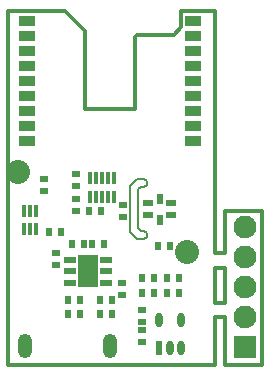
<source format=gbr>
G04 ================== begin FILE IDENTIFICATION RECORD ==================*
G04 Layout Name:  STEVAL-STLCR01V1.brd*
G04 Film Name:    STEVAL-STLCR01V1-09SMT.GBR*
G04 File Format:  Gerber RS274X*
G04 File Origin:  Cadence Allegro 16.5-P002*
G04 Origin Date:  Wed May 18 11:18:33 2016*
G04 *
G04 Layer:  VIA CLASS/SOLDERMASK_TOP*
G04 Layer:  PIN/SOLDERMASK_TOP*
G04 Layer:  PACKAGE GEOMETRY/SOLDERMASK_TOP*
G04 Layer:  BOARD GEOMETRY/TOOLING_CORNERS*
G04 Layer:  BOARD GEOMETRY/SOLDERMASK_TOP*
G04 *
G04 Offset:    (0.0000 0.0000)*
G04 Mirror:    No*
G04 Mode:      Positive*
G04 Rotation:  0*
G04 FullContactRelief:  No*
G04 UndefLineWidth:     0.0000*
G04 ================== end FILE IDENTIFICATION RECORD ====================*
%FSLAX25Y25*MOMM*%
%IR0*IPPOS*OFA0.00000B0.00000*MIA0B0*SFA1.00000B1.00000*%
%ADD19R,.35X1.*%
%ADD14R,1.4X.9*%
%ADD13R,.4064X1.1176*%
%ADD10O,1.2X2.1*%
%ADD20O,.5989X1.1989*%
%ADD21R,.5989X1.1989*%
%ADD12C,2.032*%
%ADD11C,0.0*%
%ADD25C,1.9304*%
%ADD24R,1.9304X1.9304*%
%ADD22R,.8382X.508*%
%ADD16R,.9906X.508*%
%ADD17R,1.7526X2.6924*%
%ADD23R,.508X.9398*%
%ADD18R,.7366X.6096*%
%ADD15R,.6096X.7366*%
%ADD26C,.2*%
%ADD27C,.3*%
G75*
%LPD*%
G75*
G54D10*
X142500Y165000D03*
X857500D03*
G54D11*
X100000Y450000D03*
X65000Y340000D03*
X59520Y1230000D03*
X130000Y985000D03*
X165000Y1420000D03*
X95000Y2410000D03*
X120000Y1810000D03*
X155000Y2283000D03*
X120000Y2537000D03*
X105000Y2791000D03*
X285000Y640000D03*
X210000Y540000D03*
X705000Y629300D03*
X795000Y630000D03*
X705000Y555000D03*
X675000Y885000D03*
Y705000D03*
Y795000D03*
X255330Y878460D03*
X559990Y635010D03*
X745000Y1190000D03*
X870000Y1300000D03*
X600000Y1115000D03*
X703530Y1115650D03*
X730000Y1695000D03*
X475000Y1370000D03*
X390920Y1272810D03*
X509900Y1147100D03*
X590000Y1684900D03*
X430000Y1485000D03*
X515000Y1700000D03*
X310000Y1580000D03*
X180000Y1050000D03*
X330000Y1030000D03*
X305000Y1250000D03*
X463030Y1804190D03*
X1010000Y160000D03*
X1464990Y110010D03*
X1448580Y749780D03*
X1135210Y214780D03*
X960000Y235000D03*
X945000Y535100D03*
X1015000Y815000D03*
X1675000Y350000D03*
X1635000Y830000D03*
X1270000Y920000D03*
X1370000Y855000D03*
X1626200Y460950D03*
X1515000Y265000D03*
X1015000Y455000D03*
X1075000Y1005000D03*
X1015000Y1050000D03*
X1242760Y1610000D03*
X1316420Y1624330D03*
X1575000Y1760000D03*
X1195000Y1735000D03*
X1265000Y2100000D03*
X1580000Y2410000D03*
X1550000Y2275000D03*
X1565000Y2920000D03*
Y2791000D03*
X1570000Y2535000D03*
G54D20*
X1464990Y150000D03*
X1370000D03*
X1275000Y380000D03*
X1464990Y380100D03*
G54D12*
X85000Y1635000D03*
X1515000Y955000D03*
G54D21*
X1275000Y150000D03*
G54D22*
X1185000Y1370000D03*
Y1270000D03*
X1375000Y1370000D03*
Y1270000D03*
G54D13*
X130000Y1150000D03*
Y1310000D03*
X230000Y1150000D03*
X180000D03*
Y1310000D03*
X230000D03*
G54D23*
X1280000Y1410000D03*
Y1230000D03*
G54D14*
X155000Y2410000D03*
Y2283000D03*
Y2156000D03*
Y2029000D03*
Y1902000D03*
Y2918000D03*
Y2791000D03*
Y2664000D03*
Y2537000D03*
X1565000Y1902000D03*
Y2029000D03*
Y2156000D03*
Y2283000D03*
Y2410000D03*
Y2537000D03*
Y2664000D03*
Y2791000D03*
Y2918000D03*
G54D15*
X774200Y430000D03*
X875800D03*
X605800Y435000D03*
X504200D03*
X605800Y555000D03*
X504200D03*
X774200D03*
X875800D03*
X780100Y1305800D03*
X678500D03*
X810800Y1030000D03*
X709200D03*
X445800Y1125000D03*
X344200D03*
X635800Y1030000D03*
X534200D03*
X1440800Y735000D03*
X1339200D03*
X1230800D03*
X1129200D03*
Y615000D03*
X1230800D03*
X1339200D03*
X1440800D03*
X1269200Y1010000D03*
X1370800D03*
G54D24*
X2005000Y152000D03*
G54D16*
X825000Y700000D03*
Y795000D03*
Y890000D03*
X525000D03*
Y795000D03*
Y700000D03*
G54D25*
X2005000Y406000D03*
Y660000D03*
Y914000D03*
Y1168000D03*
G54D26*
G01X1150000Y1580000D02*
X1090000D01*
X1030000Y1520000D01*
Y1130000D01*
X1090000Y1070000D01*
X1150000D01*
X1170000Y1090000D01*
Y1120000D01*
X1150000Y1140000D01*
X1120000D01*
X1100000Y1160000D01*
Y1490000D01*
X1120000Y1510000D01*
X1150000D01*
X1170000Y1530000D01*
Y1560000D01*
X1150000Y1580000D01*
G54D17*
X675000Y795000D03*
G54D27*
G01X0Y0D02*
X1750000D01*
Y410000D01*
X1830000D01*
Y0D01*
X2150000D01*
Y1310000D01*
X1830000D01*
Y950000D01*
X1750000D01*
Y3000000D01*
X1460000D01*
Y2860000D01*
X1400000Y2800000D01*
X1090000D01*
X1070000Y2780000D01*
Y2170000D01*
X650000D01*
Y2830000D01*
X480000Y3000000D01*
X0D01*
Y0D01*
G01X1830000Y530000D02*
X1750000D01*
Y820000D01*
X1830000D01*
Y530000D01*
G54D18*
X405000Y849200D03*
X575000Y1309200D03*
Y1410800D03*
Y1519200D03*
Y1620800D03*
X300000Y1474200D03*
Y1575800D03*
X405000Y950800D03*
X960000Y700800D03*
Y599200D03*
X1130000Y199200D03*
Y300800D03*
Y470800D03*
Y369200D03*
X968600Y1360800D03*
Y1259200D03*
G54D19*
X890000Y1425000D03*
X840000D03*
X790000D03*
X740000D03*
X690000D03*
Y1585000D03*
X740000D03*
X790000D03*
X840000D03*
X890000D03*
M02*

</source>
